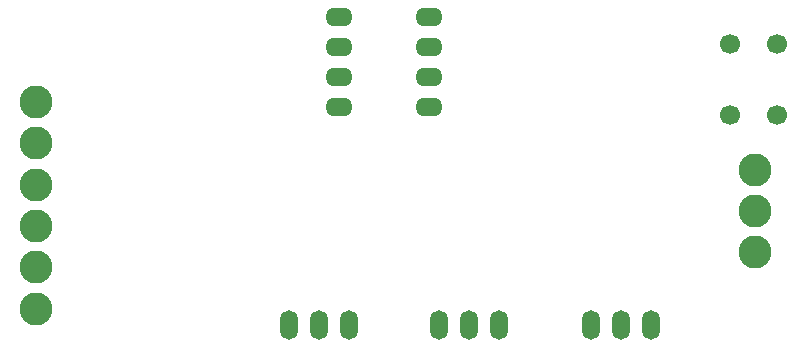
<source format=gbr>
G04 #@! TF.FileFunction,Copper,L2,Bot,Signal*
%FSLAX46Y46*%
G04 Gerber Fmt 4.6, Leading zero omitted, Abs format (unit mm)*
G04 Created by KiCad (PCBNEW 4.0.1-3.201512221402+6198~38~ubuntu14.04.1-stable) date Thu 28 Jan 2016 03:00:53 PM CST*
%MOMM*%
G01*
G04 APERTURE LIST*
%ADD10C,0.100000*%
%ADD11O,1.501140X2.499360*%
%ADD12C,1.700000*%
%ADD13O,2.300000X1.600000*%
%ADD14C,2.794000*%
G04 APERTURE END LIST*
D10*
D11*
X158115000Y-113792000D03*
X160655000Y-113792000D03*
X155575000Y-113792000D03*
X145288000Y-113792000D03*
X147828000Y-113792000D03*
X142748000Y-113792000D03*
X132588000Y-113792000D03*
X135128000Y-113792000D03*
X130048000Y-113792000D03*
D12*
X171386000Y-90012000D03*
X171386000Y-96012000D03*
X167386000Y-90012000D03*
X167386000Y-96012000D03*
D13*
X141859000Y-95377000D03*
X141859000Y-92837000D03*
X141859000Y-90297000D03*
X141859000Y-87757000D03*
X134239000Y-87757000D03*
X134239000Y-90297000D03*
X134239000Y-92837000D03*
X134239000Y-95377000D03*
D14*
X169530000Y-100640000D03*
X169530000Y-104140000D03*
X169530000Y-107640000D03*
X108600000Y-112410000D03*
X108600000Y-108910000D03*
X108600000Y-105410000D03*
X108600000Y-101910000D03*
X108600000Y-98410000D03*
X108600000Y-94910000D03*
M02*

</source>
